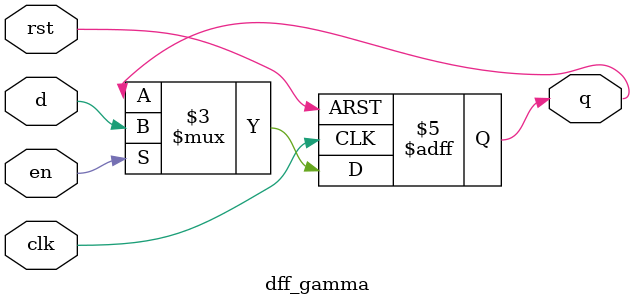
<source format=v>
module dff_gamma(clk, rst, en, d, q);

    input clk, rst, en, d;
    output reg q;

    always @(negedge clk, negedge rst) begin 

        if (~rst) begin
                q <= 1'b0;
        end    
        
        else begin
            if (en)
                q <= d;
        end 
    end
endmodule 

</source>
